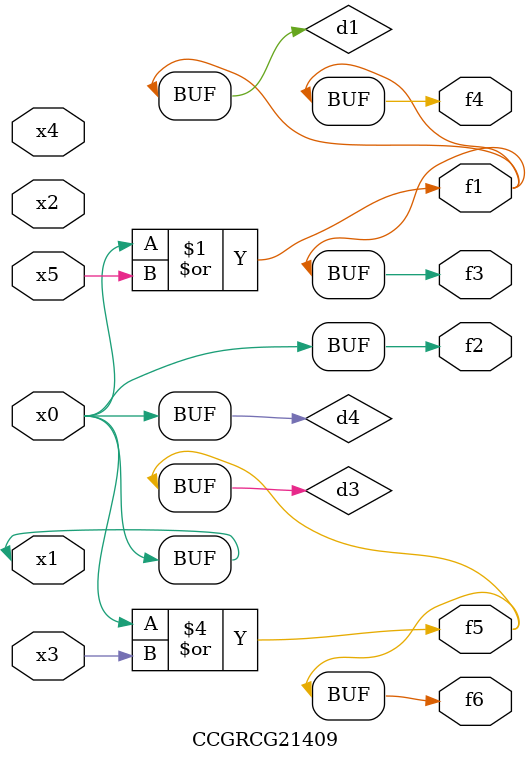
<source format=v>
module CCGRCG21409(
	input x0, x1, x2, x3, x4, x5,
	output f1, f2, f3, f4, f5, f6
);

	wire d1, d2, d3, d4;

	or (d1, x0, x5);
	xnor (d2, x1, x4);
	or (d3, x0, x3);
	buf (d4, x0, x1);
	assign f1 = d1;
	assign f2 = d4;
	assign f3 = d1;
	assign f4 = d1;
	assign f5 = d3;
	assign f6 = d3;
endmodule

</source>
